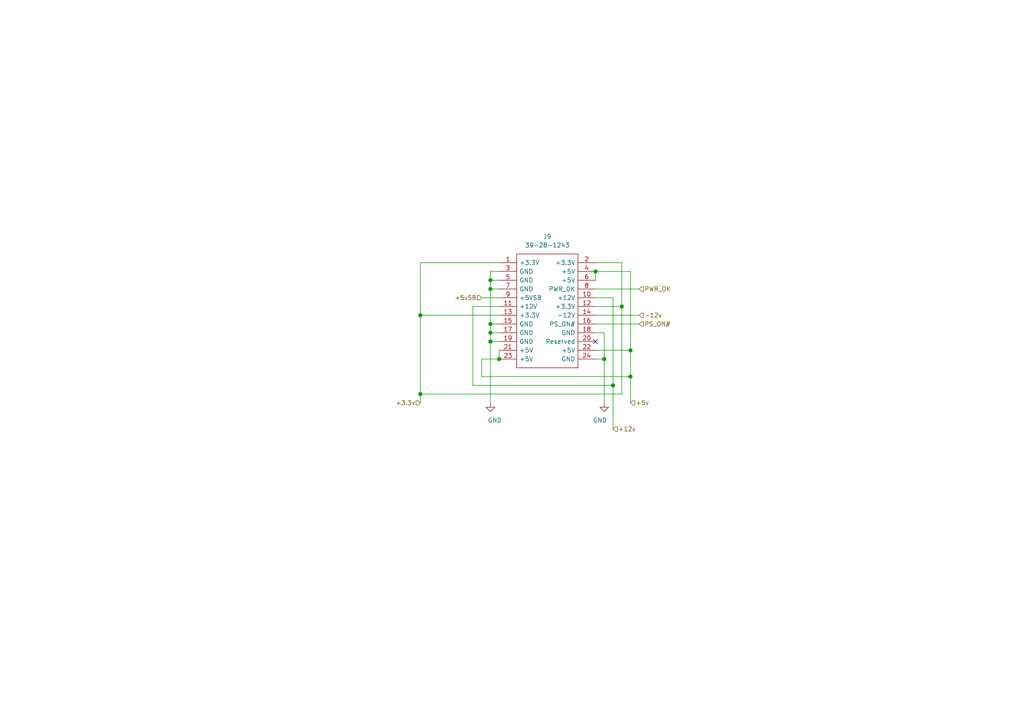
<source format=kicad_sch>
(kicad_sch (version 20200828) (generator eeschema)
  (page 5 5)
  (paper "A4")
  (title_block (title "24-pin ATX Connector") (date "2020-11-14") (rev "0.1") (company "TheGuyDanish") (comment 1 "https://github.com/theguydanish/cm4_matx"))
  (lib_symbols
    (symbol "CM4_MATX:39-28-1243" (pin_names (offset 0.762))
      (property "Reference" "J" (at 16.51 7.62 0))
      (property "Value" "39-28-1243" (at 16.51 5.08 0))
      (symbol "39-28-1243_0_1"
        (polyline (pts (xy 5.08 2.54) (xy 22.86 2.54) (xy 22.86 -30.48) (xy 5.08 -30.48) (xy 5.08 2.54)) (stroke (width 0.1524)))
      )
      (symbol "39-28-1243_0_0"
        (pin passive line (at 0 0 0) (length 5.08) (name "+3.3V") (number "1"))
        (pin passive line (at 0 -2.54 0) (length 5.08) (name "GND") (number "3"))
        (pin passive line (at 0 -5.08 0) (length 5.08) (name "GND") (number "5"))
        (pin passive line (at 0 -7.62 0) (length 5.08) (name "GND") (number "7"))
        (pin passive line (at 0 -10.16 0) (length 5.08) (name "+5VSB") (number "9"))
        (pin passive line (at 0 -12.7 0) (length 5.08) (name "+12V") (number "11"))
        (pin passive line (at 0 -15.24 0) (length 5.08) (name "+3.3V") (number "13"))
        (pin passive line (at 0 -17.78 0) (length 5.08) (name "GND") (number "15"))
        (pin passive line (at 0 -20.32 0) (length 5.08) (name "GND") (number "17"))
        (pin passive line (at 0 -22.86 0) (length 5.08) (name "GND") (number "19"))
        (pin passive line (at 0 -25.4 0) (length 5.08) (name "+5V") (number "21"))
        (pin passive line (at 0 -27.94 0) (length 5.08) (name "+5V") (number "23"))
        (pin passive line (at 27.94 0 180) (length 5.08) (name "+3.3V") (number "2"))
        (pin passive line (at 27.94 -2.54 180) (length 5.08) (name "+5V") (number "4"))
        (pin passive line (at 27.94 -5.08 180) (length 5.08) (name "+5V") (number "6"))
        (pin passive line (at 27.94 -7.62 180) (length 5.08) (name "PWR_OK") (number "8"))
        (pin passive line (at 27.94 -10.16 180) (length 5.08) (name "+12V") (number "10"))
        (pin passive line (at 27.94 -12.7 180) (length 5.08) (name "+3.3V") (number "12"))
        (pin passive line (at 27.94 -15.24 180) (length 5.08) (name "-12V") (number "14"))
        (pin passive line (at 27.94 -17.78 180) (length 5.08) (name "PS_ON#") (number "16"))
        (pin passive line (at 27.94 -20.32 180) (length 5.08) (name "GND") (number "18"))
        (pin passive line (at 27.94 -22.86 180) (length 5.08) (name "Reserved") (number "20"))
        (pin passive line (at 27.94 -25.4 180) (length 5.08) (name "+5V") (number "22"))
        (pin passive line (at 27.94 -27.94 180) (length 5.08) (name "GND") (number "24"))
      )
    )
    (symbol "power:GND" (power) (pin_names (offset 0))
      (property "Value" "GND" (at 0 -3.81 0))
      (symbol "GND_0_1"
        (polyline (pts (xy 0 0) (xy 0 -1.27) (xy 1.27 -1.27) (xy 0 -2.54) (xy -1.27 -1.27) (xy 0 -1.27)))
      )
      (symbol "GND_1_1"
        (pin power_in line (at 0 0 270) (length 0) hide (name "GND") (number "1"))
      )
    )
  )
  (junction (at 121.92 91.44) (diameter 1.016))
  (junction (at 121.92 114.3) (diameter 1.016))
  (junction (at 142.24 81.28) (diameter 1.016))
  (junction (at 142.24 83.82) (diameter 1.016))
  (junction (at 142.24 93.98) (diameter 1.016))
  (junction (at 142.24 96.52) (diameter 1.016))
  (junction (at 142.24 99.06) (diameter 1.016))
  (junction (at 144.78 104.14) (diameter 1.016))
  (junction (at 172.72 78.74) (diameter 1.016))
  (junction (at 175.26 104.14) (diameter 1.016))
  (junction (at 177.8 111.76) (diameter 1.016))
  (junction (at 180.34 88.9) (diameter 1.016))
  (junction (at 182.88 101.6) (diameter 1.016))
  (junction (at 182.88 109.22) (diameter 1.016))
  (no_connect (at 172.72 99.06))
  (wire (pts (xy 121.92 76.2) (xy 121.92 91.44)))
  (wire (pts (xy 121.92 91.44) (xy 121.92 114.3)))
  (wire (pts (xy 121.92 91.44) (xy 144.78 91.44)))
  (wire (pts (xy 121.92 114.3) (xy 121.92 116.84)))
  (wire (pts (xy 121.92 114.3) (xy 180.34 114.3)))
  (wire (pts (xy 137.16 88.9) (xy 137.16 111.76)))
  (wire (pts (xy 137.16 111.76) (xy 177.8 111.76)))
  (wire (pts (xy 139.7 86.36) (xy 144.78 86.36)))
  (wire (pts (xy 139.7 104.14) (xy 139.7 109.22)))
  (wire (pts (xy 139.7 109.22) (xy 182.88 109.22)))
  (wire (pts (xy 142.24 78.74) (xy 144.78 78.74)))
  (wire (pts (xy 142.24 81.28) (xy 142.24 78.74)))
  (wire (pts (xy 142.24 81.28) (xy 144.78 81.28)))
  (wire (pts (xy 142.24 83.82) (xy 142.24 81.28)))
  (wire (pts (xy 142.24 83.82) (xy 144.78 83.82)))
  (wire (pts (xy 142.24 93.98) (xy 142.24 83.82)))
  (wire (pts (xy 142.24 93.98) (xy 144.78 93.98)))
  (wire (pts (xy 142.24 96.52) (xy 142.24 93.98)))
  (wire (pts (xy 142.24 96.52) (xy 144.78 96.52)))
  (wire (pts (xy 142.24 99.06) (xy 142.24 96.52)))
  (wire (pts (xy 142.24 99.06) (xy 144.78 99.06)))
  (wire (pts (xy 142.24 116.84) (xy 142.24 99.06)))
  (wire (pts (xy 144.78 76.2) (xy 121.92 76.2)))
  (wire (pts (xy 144.78 88.9) (xy 137.16 88.9)))
  (wire (pts (xy 144.78 101.6) (xy 144.78 104.14)))
  (wire (pts (xy 144.78 104.14) (xy 139.7 104.14)))
  (wire (pts (xy 172.72 76.2) (xy 180.34 76.2)))
  (wire (pts (xy 172.72 78.74) (xy 172.72 81.28)))
  (wire (pts (xy 172.72 83.82) (xy 185.42 83.82)))
  (wire (pts (xy 172.72 86.36) (xy 177.8 86.36)))
  (wire (pts (xy 172.72 88.9) (xy 180.34 88.9)))
  (wire (pts (xy 172.72 91.44) (xy 185.42 91.44)))
  (wire (pts (xy 172.72 93.98) (xy 185.42 93.98)))
  (wire (pts (xy 172.72 96.52) (xy 175.26 96.52)))
  (wire (pts (xy 172.72 101.6) (xy 182.88 101.6)))
  (wire (pts (xy 172.72 104.14) (xy 175.26 104.14)))
  (wire (pts (xy 175.26 96.52) (xy 175.26 104.14)))
  (wire (pts (xy 175.26 104.14) (xy 175.26 116.84)))
  (wire (pts (xy 177.8 86.36) (xy 177.8 111.76)))
  (wire (pts (xy 177.8 111.76) (xy 177.8 124.46)))
  (wire (pts (xy 180.34 76.2) (xy 180.34 88.9)))
  (wire (pts (xy 180.34 88.9) (xy 180.34 114.3)))
  (wire (pts (xy 182.88 78.74) (xy 172.72 78.74)))
  (wire (pts (xy 182.88 101.6) (xy 182.88 78.74)))
  (wire (pts (xy 182.88 101.6) (xy 182.88 109.22)))
  (wire (pts (xy 182.88 109.22) (xy 182.88 116.84)))
  (hierarchical_label "+3.3v" (shape input) (at 121.92 116.84 180))
  (hierarchical_label "+5vSB" (shape input) (at 139.7 86.36 180))
  (hierarchical_label "+12v" (shape input) (at 177.8 124.46 0))
  (hierarchical_label "+5v" (shape input) (at 182.88 116.84 0))
  (hierarchical_label "PWR_OK" (shape input) (at 185.42 83.82 0))
  (hierarchical_label "-12v" (shape input) (at 185.42 91.44 0))
  (hierarchical_label "PS_ON#" (shape input) (at 185.42 93.98 0))
  (symbol (lib_id "power:GND") (at 142.24 116.84 0) (unit 1)
    (property "Reference" "#PWR0123" (effects hide))
    (property "Value" "GND" (at 143.51 121.92 0))
  )
  (symbol (lib_id "power:GND") (at 175.26 116.84 0) (unit 1)
    (property "Reference" "#PWR0124" (effects hide))
    (property "Value" "GND" (at 173.99 121.92 0))
  )
  (symbol (lib_id "CM4_MATX:39-28-1243") (at 144.78 76.2 0) (unit 1)
    (property "Reference" "J9" (at 158.75 68.58 0))
    (property "Value" "39-28-1243" (at 158.75 71.12 0))
    (property "Footprint" "SHDR24W125P550X420_2X12_5160X960X1310P" (effects hide))
    (property "Description" "24 way vertical PCB header,Mini-Fit Jr Molex MINI-FIT JR. Series, Series Number 5566, 4.2mm Pitch 24 Way 2 Row Straight PCB Header, Solder Termination, 6A" (effects hide))
    (property "Height" "13.1" (effects hide))
    (property "Mouser Part Number" "538-39-28-1243" (effects hide))
    (property "Mouser Price/Stock" "https://www.mouser.co.uk/ProductDetail/Molex/39-28-1243?qs=4XSMV6Twtb0I%2F4%252BTTSJFbg%3D%3D" (effects hide))
    (property "Manufacturer_Name" "Molex" (effects hide))
    (property "Manufacturer_Part_Number" "39-28-1243" (effects hide))
  )
)
</source>
